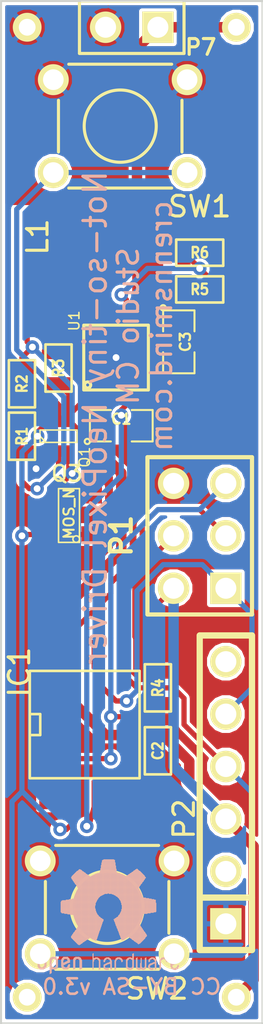
<source format=kicad_pcb>
(kicad_pcb (version 3) (host pcbnew "(2013-07-07 BZR 4022)-stable")
  (layers (15 F.Cu signal hide) (0 B.Cu signal hide) (18 B.Paste user) (19 F.Paste user) (20 B.SilkS user) (21 F.SilkS user) (22 B.Mask user) (23 F.Mask user) (28 Edge.Cuts user))
  (net 0 "")
  (net 1 +1.2V)
  (net 2 +5V)
  (net 3 GND)
  (net 4 LOW_BATT)
  (net 5 MCUPWR_SIG)
  (net 6 MODE_SIG)
  (net 7 N-0000010)
  (net 8 N-0000013)
  (net 9 N-0000014)
  (net 10 N-0000016)
  (net 11 Power_SIG)
  (net 12 RESET)
  (net 13 STRING_1)
  (net 14 STRING_2)
  (module SOT363 (layer F.Cu) (at 90.424 52.832)
    (fp_text reference Q1 (at 1.27 1.016 90) (layer F.SilkS) (effects (font (size 0.508 0.508) (thickness 0.0762))))
    (fp_text value MBT3906 hide)
    (pad 6 smd rect (at -0.50038 -0.71882) (size 0.29972 0.55118) (layers F.Cu F.Paste F.Mask) (net 5 MCUPWR_SIG))
    (pad 5 smd rect (at 0 -0.71882) (size 0.29972 0.55118) (layers F.Cu F.Paste F.Mask) (net 7 N-0000010))
    (pad 4 smd rect (at 0.50038 -0.71882) (size 0.29972 0.55118) (layers F.Cu F.Paste F.Mask) (net 8 N-0000013))
    (pad 3 smd rect (at 0.50038 0.71882) (size 0.29972 0.55118) (layers F.Cu F.Paste F.Mask) (net 1 +1.2V))
    (pad 2 smd rect (at 0 0.71882) (size 0.29972 0.55118) (layers F.Cu F.Paste F.Mask) (net 11 Power_SIG))
    (pad 1 smd rect (at -0.50038 0.71882) (size 0.29972 0.55118) (layers F.Cu F.Paste F.Mask) (net 3 GND))
  )
  (module SON-10 (layer F.Cu) (at 93.218 49.022)
    (fp_text reference U1 (at -2.032 -1.778 90) (layer F.SilkS) (effects (font (size 0.5 0.5) (thickness 0.075))))
    (fp_text value TPS61027 hide)
    (pad 10 smd rect (at -1 -1.475) (size 0.28 0.85) (layers F.Cu F.Paste F.Mask) (net 3 GND))
    (pad 9 smd rect (at -0.5 -1.475) (size 0.28 0.85) (layers F.Cu F.Paste F.Mask) (net 10 N-0000016))
    (pad 8 smd rect (at 0 -1.475) (size 0.28 0.85) (layers F.Cu F.Paste F.Mask) (net 3 GND))
    (pad 7 smd rect (at 0.5 -1.475) (size 0.28 0.85) (layers F.Cu F.Paste F.Mask) (net 9 N-0000014))
    (pad 6 smd rect (at 1 -1.475) (size 0.28 0.85) (layers F.Cu F.Paste F.Mask) (net 1 +1.2V))
    (pad 4 smd rect (at 0.5 1.475) (size 0.28 0.85) (layers F.Cu F.Paste F.Mask) (net 4 LOW_BATT))
    (pad 5 smd rect (at 1 1.475) (size 0.28 0.85) (layers F.Cu F.Paste F.Mask) (net 3 GND))
    (pad 3 smd rect (at 0 1.475) (size 0.28 0.85) (layers F.Cu F.Paste F.Mask))
    (pad 2 smd rect (at -0.5 1.475) (size 0.28 0.85) (layers F.Cu F.Paste F.Mask) (net 2 +5V))
    (pad 1 smd rect (at -1 1.475) (size 0.28 0.85) (layers F.Cu F.Paste F.Mask) (net 8 N-0000013))
    (pad 10 smd rect (at 0 0) (size 3.55 1.7) (layers F.Cu F.Paste F.Mask) (net 3 GND))
  )
  (module SM0805 (layer F.Cu) (at 96.266 48.26 270)
    (fp_text reference C3 (at 0 -0.3175 270) (layer F.SilkS) (effects (font (size 0.50038 0.50038) (thickness 0.10922))))
    (fp_text value 10u hide)
    (pad 1 smd rect (at -0.9525 0 270) (size 0.889 1.397) (layers F.Cu F.Paste F.Mask) (net 1 +1.2V))
    (pad 2 smd rect (at 0.9525 0 270) (size 0.889 1.397) (layers F.Cu F.Paste F.Mask) (net 3 GND))
  )
  (module SM0805 (layer F.Cu) (at 93.472 52.324)
    (fp_text reference C1 (at 0 -0.3175) (layer F.SilkS) (effects (font (size 0.50038 0.50038) (thickness 0.10922))))
    (fp_text value 47u hide)
    (pad 1 smd rect (at -0.9525 0) (size 0.889 1.397) (layers F.Cu F.Paste F.Mask) (net 2 +5V))
    (pad 2 smd rect (at 0.9525 0) (size 0.889 1.397) (layers F.Cu F.Paste F.Mask) (net 3 GND))
  )
  (module SM0603 (layer F.Cu) (at 97.282 43.942)
    (fp_text reference R6 (at 0 0) (layer F.SilkS) (effects (font (size 0.508 0.4572) (thickness 0.1143))))
    (fp_text value R hide)
    (pad 1 smd rect (at -0.762 0) (size 0.635 1.143) (layers F.Cu F.Paste F.Mask) (net 9 N-0000014))
    (pad 2 smd rect (at 0.762 0) (size 0.635 1.143) (layers F.Cu F.Paste F.Mask) (net 3 GND))
  )
  (module SM0603 (layer F.Cu) (at 88.646 52.832 90)
    (fp_text reference R1 (at 0 0 90) (layer F.SilkS) (effects (font (size 0.508 0.4572) (thickness 0.1143))))
    (fp_text value 1K hide)
    (pad 1 smd rect (at -0.762 0 90) (size 0.635 1.143) (layers F.Cu F.Paste F.Mask) (net 11 Power_SIG))
    (pad 2 smd rect (at 0.762 0 90) (size 0.635 1.143) (layers F.Cu F.Paste F.Mask) (net 7 N-0000010))
  )
  (module SM0603 (layer F.Cu) (at 88.646 50.292 90)
    (fp_text reference R2 (at 0 0 90) (layer F.SilkS) (effects (font (size 0.508 0.4572) (thickness 0.1143))))
    (fp_text value 1M hide)
    (pad 1 smd rect (at -0.762 0 90) (size 0.635 1.143) (layers F.Cu F.Paste F.Mask) (net 7 N-0000010))
    (pad 2 smd rect (at 0.762 0 90) (size 0.635 1.143) (layers F.Cu F.Paste F.Mask) (net 1 +1.2V))
  )
  (module SM0603 (layer F.Cu) (at 95.25 68.072 270)
    (fp_text reference C2 (at 0 0 270) (layer F.SilkS) (effects (font (size 0.508 0.4572) (thickness 0.1143))))
    (fp_text value 2u2 hide)
    (pad 1 smd rect (at -0.762 0 270) (size 0.635 1.143) (layers F.Cu F.Paste F.Mask) (net 2 +5V))
    (pad 2 smd rect (at 0.762 0 270) (size 0.635 1.143) (layers F.Cu F.Paste F.Mask) (net 3 GND))
  )
  (module SM0603 (layer F.Cu) (at 95.25 65.024 270)
    (fp_text reference R4 (at 0 0 270) (layer F.SilkS) (effects (font (size 0.508 0.4572) (thickness 0.1143))))
    (fp_text value 100K hide)
    (pad 1 smd rect (at -0.762 0 270) (size 0.635 1.143) (layers F.Cu F.Paste F.Mask) (net 2 +5V))
    (pad 2 smd rect (at 0.762 0 270) (size 0.635 1.143) (layers F.Cu F.Paste F.Mask) (net 12 RESET))
  )
  (module SM0603 (layer F.Cu) (at 90.424 49.53 90)
    (fp_text reference R3 (at 0 0 90) (layer F.SilkS) (effects (font (size 0.508 0.4572) (thickness 0.1143))))
    (fp_text value 1M hide)
    (pad 1 smd rect (at -0.762 0 90) (size 0.635 1.143) (layers F.Cu F.Paste F.Mask) (net 8 N-0000013))
    (pad 2 smd rect (at 0.762 0 90) (size 0.635 1.143) (layers F.Cu F.Paste F.Mask) (net 3 GND))
  )
  (module SM0603 (layer F.Cu) (at 97.282 45.72)
    (fp_text reference R5 (at 0 0) (layer F.SilkS) (effects (font (size 0.508 0.4572) (thickness 0.1143))))
    (fp_text value R hide)
    (pad 1 smd rect (at -0.762 0) (size 0.635 1.143) (layers F.Cu F.Paste F.Mask) (net 1 +1.2V))
    (pad 2 smd rect (at 0.762 0) (size 0.635 1.143) (layers F.Cu F.Paste F.Mask) (net 9 N-0000014))
  )
  (module pin_array_3x2 (layer F.Cu) (at 97.282 57.658 90)
    (fp_text reference P1 (at 0 -3.81 90) (layer F.SilkS) (effects (font (size 1.016 1.016) (thickness 0.2032))))
    (fp_text value CONN_3X2 hide)
    (pad 1 thru_hole rect (at -2.54 1.27 90) (size 1.524 1.524) (drill 1.016) (layers *.Cu *.Mask F.SilkS) (net 14 STRING_2))
    (pad 2 thru_hole circle (at -2.54 -1.27 90) (size 1.524 1.524) (drill 1.016) (layers *.Cu *.Mask F.SilkS) (net 2 +5V))
    (pad 3 thru_hole circle (at 0 1.27 90) (size 1.524 1.524) (drill 1.016) (layers *.Cu *.Mask F.SilkS) (net 13 STRING_1))
    (pad 4 thru_hole circle (at 0 -1.27 90) (size 1.524 1.524) (drill 1.016) (layers *.Cu *.Mask F.SilkS) (net 6 MODE_SIG))
    (pad 5 thru_hole circle (at 2.54 1.27 90) (size 1.524 1.524) (drill 1.016) (layers *.Cu *.Mask F.SilkS) (net 12 RESET))
    (pad 6 thru_hole circle (at 2.54 -1.27 90) (size 1.524 1.524) (drill 1.016) (layers *.Cu *.Mask F.SilkS) (net 3 GND))
  )
  (module PIN_ARRAY_2X1 (layer F.Cu) (at 93.98 33.02 180)
    (fp_text reference P7 (at -3.3528 -0.9652 180) (layer F.SilkS) (effects (font (size 0.762 0.762) (thickness 0.1524))))
    (fp_text value CONN_2 hide)
    (pad 1 thru_hole rect (at -1.27 0 180) (size 1.524 1.524) (drill 1.016) (layers *.Cu *.Mask F.SilkS) (net 1 +1.2V))
    (pad 2 thru_hole circle (at 1.27 0 180) (size 1.524 1.524) (drill 1.016) (layers *.Cu *.Mask F.SilkS) (net 3 GND))
  )
  (module PIN_ARRAY-6X1 (layer F.Cu) (at 98.552 70.104 90)
    (fp_text reference P2 (at -1.27 -2.032 90) (layer F.SilkS))
    (fp_text value CONN_6 hide)
    (pad 1 thru_hole rect (at -6.35 0 90) (size 1.524 1.524) (drill 1.016) (layers *.Cu *.Mask F.SilkS) (net 3 GND))
    (pad 2 thru_hole circle (at -3.81 0 90) (size 1.524 1.524) (drill 1.016) (layers *.Cu *.Mask F.SilkS))
    (pad 3 thru_hole circle (at -1.27 0 90) (size 1.524 1.524) (drill 1.016) (layers *.Cu *.Mask F.SilkS) (net 2 +5V))
    (pad 4 thru_hole circle (at 1.27 0 90) (size 1.524 1.524) (drill 1.016) (layers *.Cu *.Mask F.SilkS) (net 6 MODE_SIG))
    (pad 5 thru_hole circle (at 3.81 0 90) (size 1.524 1.524) (drill 1.016) (layers *.Cu *.Mask F.SilkS) (net 14 STRING_2))
    (pad 6 thru_hole circle (at 6.35 0 90) (size 1.524 1.524) (drill 1.016) (layers *.Cu *.Mask F.SilkS))
  )
  (module IND (layer F.Cu) (at 95.758 46.736 180)
    (fp_text reference L1 (at 6.35 3.556 270) (layer F.SilkS))
    (fp_text value 6u8 hide)
    (pad 1 smd rect (at 1 2.25 180) (size 1.5 4) (layers F.Cu F.Paste F.Mask) (net 1 +1.2V))
    (pad 2 smd rect (at 4.6 2.25 180) (size 1.5 4) (layers F.Cu F.Paste F.Mask) (net 10 N-0000016))
  )
  (module CONN_1x1 (layer F.Cu) (at 99.06 33.02)
    (fp_text reference P3 hide)
    (fp_text value CONN_1 hide)
    (pad 1 thru_hole circle (at 0 0) (size 1.397 1.397) (drill 0.8128) (layers *.Cu *.Mask F.SilkS) (net 1 +1.2V))
  )
  (module CONN_1x1 (layer F.Cu) (at 99.06 80.01)
    (fp_text reference P4 hide)
    (fp_text value CONN_1 hide)
    (pad 1 thru_hole circle (at 0 0) (size 1.397 1.397) (drill 0.8128) (layers *.Cu *.Mask F.SilkS) (net 2 +5V))
  )
  (module CONN_1x1 (layer F.Cu) (at 88.9 80.01)
    (fp_text reference P5 hide)
    (fp_text value CONN_1 hide)
    (pad 1 thru_hole circle (at 0 0) (size 1.397 1.397) (drill 0.8128) (layers *.Cu *.Mask F.SilkS) (net 5 MCUPWR_SIG))
  )
  (module CONN_1x1 (layer F.Cu) (at 88.9 33.02)
    (fp_text reference P6 hide)
    (fp_text value CONN_1 hide)
    (pad 1 thru_hole circle (at 0 0) (size 1.397 1.397) (drill 0.8128) (layers *.Cu *.Mask F.SilkS) (net 3 GND))
  )
  (module SOIC8_WIDE_EIAJ (layer F.Cu) (at 91.694 66.802)
    (fp_text reference IC1 (at -3.175 -2.54 90) (layer F.SilkS))
    (fp_text value ATTINY85-S hide)
    (pad 8 smd rect (at -1.905 -3.4) (size 0.59944 1.39954) (layers F.Cu F.Paste F.Mask) (net 2 +5V))
    (pad 1 smd rect (at -1.905 3.4) (size 0.59944 1.39954) (layers F.Cu F.Paste F.Mask) (net 12 RESET))
    (pad 7 smd rect (at -0.635 -3.4) (size 0.59944 1.39954) (layers F.Cu F.Paste F.Mask) (net 13 STRING_1))
    (pad 6 smd rect (at 0.635 -3.4) (size 0.59944 1.39954) (layers F.Cu F.Paste F.Mask) (net 14 STRING_2))
    (pad 5 smd rect (at 1.905 -3.4) (size 0.59944 1.39954) (layers F.Cu F.Paste F.Mask) (net 6 MODE_SIG))
    (pad 2 smd rect (at -0.635 3.4) (size 0.59944 1.39954) (layers F.Cu F.Paste F.Mask) (net 5 MCUPWR_SIG))
    (pad 3 smd rect (at 0.635 3.4) (size 0.59944 1.39954) (layers F.Cu F.Paste F.Mask) (net 4 LOW_BATT))
    (pad 4 smd rect (at 1.905 3.4) (size 0.59944 1.39954) (layers F.Cu F.Paste F.Mask) (net 3 GND))
  )
  (module SOT23 (layer F.Cu) (at 90.932 56.642 90)
    (fp_text reference Q3 (at 1.99898 -0.09906 180) (layer F.SilkS) (effects (font (size 0.762 0.762) (thickness 0.11938))))
    (fp_text value MOS_N (at 0.0635 0 90) (layer F.SilkS) (effects (font (size 0.50038 0.50038) (thickness 0.09906))))
    (pad 3 smd rect (at 0 -1.09982 90) (size 0.8001 1.00076) (layers F.Cu F.Paste F.Mask) (net 1 +1.2V))
    (pad 2 smd rect (at 0.9525 1.09982 90) (size 0.8001 1.00076) (layers F.Cu F.Paste F.Mask) (net 8 N-0000013))
    (pad 1 smd rect (at -0.9525 1.09982 90) (size 0.8001 1.00076) (layers F.Cu F.Paste F.Mask) (net 5 MCUPWR_SIG))
  )
  (module TAC_SW (layer F.Cu) (at 89.535 73.406)
    (fp_text reference SW2 (at 5.6642 6.1976) (layer F.SilkS))
    (fp_text value SW_PUSH hide)
    (pad 1 thru_hole circle (at 0 0) (size 1.5 1.5) (drill 1) (layers *.Cu *.Mask F.SilkS) (net 3 GND))
    (pad 1 thru_hole circle (at 6.5 0) (size 1.5 1.5) (drill 1) (layers *.Cu *.Mask F.SilkS) (net 3 GND))
    (pad 2 thru_hole circle (at 6.5 4.5) (size 1.5 1.5) (drill 1) (layers *.Cu *.Mask F.SilkS) (net 6 MODE_SIG))
    (pad 2 thru_hole circle (at 0 4.5) (size 1.5 1.5) (drill 1) (layers *.Cu *.Mask F.SilkS) (net 6 MODE_SIG))
  )
  (module TAC_SW (layer F.Cu) (at 90.17 35.56)
    (fp_text reference SW1 (at 7.112 6.1468) (layer F.SilkS))
    (fp_text value SW_PUSH hide)
    (pad 1 thru_hole circle (at 0 0) (size 1.5 1.5) (drill 1) (layers *.Cu *.Mask F.SilkS) (net 3 GND))
    (pad 1 thru_hole circle (at 6.5 0) (size 1.5 1.5) (drill 1) (layers *.Cu *.Mask F.SilkS) (net 3 GND))
    (pad 2 thru_hole circle (at 6.5 4.5) (size 1.5 1.5) (drill 1) (layers *.Cu *.Mask F.SilkS) (net 11 Power_SIG))
    (pad 2 thru_hole circle (at 0 4.5) (size 1.5 1.5) (drill 1) (layers *.Cu *.Mask F.SilkS) (net 11 Power_SIG))
  )
  (module OSHWLOGO0.3IN (layer B.Cu) (at 89.027 72.39)
    (fp_text reference G*** hide)
    (fp_text value LOGO hide)
  )
  (gr_text "CC BY-SA v3.0" (at 93.98 79.502) (layer B.SilkS) (effects (font (size 0.75 0.75) (thickness 0.125)) (justify mirror)))
  (gr_text "Studio CM\ncrennsmind.com" (at 94.615 47.498 90) (layer B.SilkS) (effects (font (size 1 1)) (justify mirror)))
  (gr_text "Not-so-tiny NeoPixel Driver" (at 92.202 51.943 90) (layer B.SilkS) (effects (font (size 1.1 1.1)) (justify mirror)))
  (gr_line (start 87.63 81.28) (end 87.63 31.75) (angle 90) (layer Edge.Cuts) (width 0.1))
  (gr_line (start 100.33 81.28) (end 87.63 81.28) (angle 90) (layer Edge.Cuts) (width 0.1))
  (gr_line (start 100.33 31.75) (end 100.33 81.28) (angle 90) (layer Edge.Cuts) (width 0.1))
  (gr_line (start 87.63 31.75) (end 100.33 31.75) (angle 90) (layer Edge.Cuts) (width 0.1))
  (segment (start 91.0844 54.6354) (end 91.0844 50.4444) (width 0.254) (layer B.Cu) (net 1))
  (segment (start 91.0844 50.4444) (end 89.154 48.514) (width 0.254) (layer B.Cu) (net 1))
  (segment (start 90.92438 53.55082) (end 90.92438 54.47538) (width 0.254) (layer F.Cu) (net 1))
  (segment (start 90.92438 54.47538) (end 91.0844 54.6354) (width 0.254) (layer F.Cu) (net 1))
  (via (at 91.0844 54.6354) (size 0.6604) (drill 0.3302) (layers F.Cu B.Cu) (net 1))
  (via (at 89.154 48.514) (size 0.6604) (drill 0.3302) (layers F.Cu B.Cu) (net 1))
  (segment (start 91.0844 54.6354) (end 89.789 55.88) (width 0.254) (layer F.Cu) (net 1))
  (segment (start 89.789 56.59882) (end 89.83218 56.642) (width 0.254) (layer F.Cu) (net 1))
  (segment (start 89.789 55.88) (end 89.789 56.59882) (width 0.254) (layer F.Cu) (net 1))
  (segment (start 93.218 41.656) (end 93.472 41.656) (width 0.254) (layer F.Cu) (net 1))
  (segment (start 93.472 41.656) (end 94.234 40.894) (width 0.254) (layer F.Cu) (net 1))
  (segment (start 88.9 48.26) (end 89.154 48.514) (width 0.254) (layer F.Cu) (net 1))
  (segment (start 88.646 49.53) (end 88.646 49.022) (width 0.254) (layer F.Cu) (net 1))
  (segment (start 88.646 49.022) (end 89.154 48.514) (width 0.254) (layer F.Cu) (net 1))
  (segment (start 90.424 41.656) (end 93.218 41.656) (width 0.254) (layer F.Cu) (net 1))
  (segment (start 88.9 43.18) (end 90.424 41.656) (width 0.254) (layer F.Cu) (net 1))
  (segment (start 88.9 48.26) (end 88.9 43.18) (width 0.254) (layer F.Cu) (net 1))
  (segment (start 95.25 33.02) (end 94.234 34.036) (width 0.508) (layer F.Cu) (net 1))
  (segment (start 94.234 34.036) (end 94.234 40.894) (width 0.508) (layer F.Cu) (net 1))
  (segment (start 94.234 40.894) (end 94.234 41.656) (width 0.508) (layer F.Cu) (net 1))
  (segment (start 94.234 41.656) (end 94.234 44.47) (width 0.508) (layer F.Cu) (net 1))
  (segment (start 94.234 44.47) (end 94.25 44.486) (width 0.508) (layer F.Cu) (net 1))
  (segment (start 99.06 33.02) (end 95.25 33.02) (width 0.508) (layer F.Cu) (net 1))
  (segment (start 96.012 67.7926) (end 96.012 68.834) (width 0.508) (layer B.Cu) (net 2))
  (segment (start 96.012 68.834) (end 98.552 71.374) (width 0.508) (layer B.Cu) (net 2))
  (segment (start 98.552 71.374) (end 98.5774 71.374) (width 0.508) (layer F.Cu) (net 2))
  (segment (start 99.8982 79.1718) (end 99.06 80.01) (width 0.508) (layer F.Cu) (net 2))
  (segment (start 99.8982 72.6948) (end 99.8982 79.1718) (width 0.508) (layer F.Cu) (net 2))
  (segment (start 98.5774 71.374) (end 99.8982 72.6948) (width 0.508) (layer F.Cu) (net 2))
  (segment (start 96.012 67.7926) (end 96.012 60.198) (width 0.508) (layer B.Cu) (net 2))
  (segment (start 95.25 64.262) (end 95.25 60.96) (width 0.254) (layer F.Cu) (net 2))
  (segment (start 95.25 60.96) (end 96.012 60.198) (width 0.254) (layer F.Cu) (net 2))
  (segment (start 95.25 67.31) (end 95.504 67.31) (width 0.508) (layer F.Cu) (net 2))
  (segment (start 96.774 69.596) (end 98.552 71.374) (width 0.508) (layer F.Cu) (net 2))
  (segment (start 96.774 68.58) (end 96.774 69.596) (width 0.508) (layer F.Cu) (net 2))
  (segment (start 95.504 67.31) (end 96.774 68.58) (width 0.508) (layer F.Cu) (net 2))
  (segment (start 89.789 63.402) (end 89.789 64.389) (width 0.508) (layer F.Cu) (net 2))
  (segment (start 92.71 67.31) (end 95.25 67.31) (width 0.508) (layer F.Cu) (net 2))
  (segment (start 89.789 64.389) (end 92.71 67.31) (width 0.508) (layer F.Cu) (net 2))
  (segment (start 92.5195 52.324) (end 92.5195 53.6575) (width 0.508) (layer F.Cu) (net 2))
  (segment (start 89.789 62.103) (end 89.789 63.402) (width 0.508) (layer F.Cu) (net 2))
  (segment (start 93.472 58.42) (end 89.789 62.103) (width 0.508) (layer F.Cu) (net 2))
  (segment (start 93.472 54.61) (end 93.472 58.42) (width 0.508) (layer F.Cu) (net 2))
  (segment (start 92.5195 53.6575) (end 93.472 54.61) (width 0.508) (layer F.Cu) (net 2))
  (via (at 93.218 49.022) (size 0.6604) (drill 0.3302) (layers F.Cu B.Cu) (net 3))
  (segment (start 89.92362 53.55082) (end 89.92362 53.81498) (width 0.254) (layer F.Cu) (net 3))
  (via (at 89.3318 54.4068) (size 0.6604) (drill 0.3302) (layers F.Cu B.Cu) (net 3))
  (segment (start 89.92362 53.81498) (end 89.3318 54.4068) (width 0.254) (layer F.Cu) (net 3))
  (segment (start 91.7956 60.071) (end 91.7956 56.4134) (width 0.254) (layer B.Cu) (net 4))
  (segment (start 91.7956 56.4134) (end 93.472 54.737) (width 0.254) (layer B.Cu) (net 4))
  (segment (start 93.472 51.816) (end 93.472 54.737) (width 0.254) (layer B.Cu) (net 4))
  (segment (start 93.718 50.497) (end 93.718 51.316) (width 0.254) (layer F.Cu) (net 4))
  (via (at 93.472 51.816) (size 0.6604) (drill 0.3302) (layers F.Cu B.Cu) (net 4))
  (segment (start 93.472 51.562) (end 93.472 51.816) (width 0.254) (layer F.Cu) (net 4))
  (segment (start 93.718 51.316) (end 93.472 51.562) (width 0.254) (layer F.Cu) (net 4))
  (segment (start 91.7956 71.7296) (end 91.7956 60.071) (width 0.254) (layer B.Cu) (net 4))
  (segment (start 91.9226 71.6026) (end 92.329 70.202) (width 0.254) (layer F.Cu) (net 4))
  (segment (start 91.7956 71.7296) (end 91.9226 71.6026) (width 0.254) (layer F.Cu) (net 4))
  (via (at 91.7956 71.7296) (size 0.6604) (drill 0.3302) (layers F.Cu B.Cu) (net 4))
  (segment (start 88.646 68.9864) (end 88.646 70.0278) (width 0.254) (layer B.Cu) (net 5))
  (segment (start 88.646 70.0278) (end 90.5002 71.882) (width 0.254) (layer B.Cu) (net 5))
  (segment (start 88.1634 71.5518) (end 88.1634 70.53315) (width 0.254) (layer B.Cu) (net 5))
  (segment (start 88.1634 70.53315) (end 88.657375 70.039175) (width 0.254) (layer B.Cu) (net 5))
  (segment (start 90.5002 71.882) (end 90.805 71.882) (width 0.254) (layer F.Cu) (net 5))
  (segment (start 91.059 71.628) (end 91.059 70.202) (width 0.254) (layer F.Cu) (net 5))
  (segment (start 90.805 71.882) (end 91.059 71.628) (width 0.254) (layer F.Cu) (net 5))
  (via (at 90.5002 71.882) (size 0.6604) (drill 0.3302) (layers F.Cu B.Cu) (net 5))
  (segment (start 88.657375 70.039175) (end 90.5002 71.882) (width 0.254) (layer B.Cu) (net 5))
  (segment (start 88.9 80.01) (end 88.8746 80.01) (width 0.254) (layer B.Cu) (net 5))
  (segment (start 88.1634 79.2988) (end 88.1634 71.5518) (width 0.254) (layer B.Cu) (net 5))
  (segment (start 88.8746 80.01) (end 88.1634 79.2988) (width 0.254) (layer B.Cu) (net 5))
  (segment (start 92.03182 57.5945) (end 88.7095 57.5945) (width 0.254) (layer F.Cu) (net 5))
  (via (at 88.646 57.658) (size 0.6604) (drill 0.3302) (layers F.Cu B.Cu) (net 5))
  (segment (start 88.7095 57.5945) (end 88.646 57.658) (width 0.254) (layer F.Cu) (net 5))
  (segment (start 88.646 57.658) (end 88.646 68.9864) (width 0.254) (layer B.Cu) (net 5))
  (segment (start 89.408 52.832) (end 89.408 52.6288) (width 0.254) (layer F.Cu) (net 5))
  (segment (start 89.92362 52.11318) (end 89.408 52.6288) (width 0.254) (layer F.Cu) (net 5))
  (segment (start 88.646 53.594) (end 88.646 55.88) (width 0.254) (layer B.Cu) (net 5))
  (segment (start 89.408 52.832) (end 88.646 53.594) (width 0.254) (layer B.Cu) (net 5))
  (via (at 89.408 52.832) (size 0.6604) (drill 0.3302) (layers F.Cu B.Cu) (net 5))
  (segment (start 88.646 55.88) (end 88.646 57.658) (width 0.254) (layer B.Cu) (net 5))
  (segment (start 89.535 77.906) (end 96.035 77.906) (width 0.254) (layer B.Cu) (net 6))
  (segment (start 96.035 77.906) (end 96.107 77.978) (width 0.254) (layer B.Cu) (net 6))
  (segment (start 96.107 77.978) (end 99.302 77.978) (width 0.254) (layer B.Cu) (net 6))
  (segment (start 99.816 77.464) (end 99.816 70.098) (width 0.254) (layer B.Cu) (net 6))
  (segment (start 99.816 70.098) (end 98.552 68.834) (width 0.254) (layer B.Cu) (net 6))
  (segment (start 99.302 77.978) (end 99.816 77.464) (width 0.254) (layer B.Cu) (net 6))
  (segment (start 96.52 65.532) (end 96.52 66.802) (width 0.254) (layer F.Cu) (net 6))
  (segment (start 93.599 64.389) (end 94.234 65.024) (width 0.254) (layer F.Cu) (net 6))
  (segment (start 94.234 65.024) (end 96.012 65.024) (width 0.254) (layer F.Cu) (net 6))
  (segment (start 96.012 65.024) (end 96.52 65.532) (width 0.254) (layer F.Cu) (net 6))
  (segment (start 93.599 63.402) (end 93.599 64.389) (width 0.254) (layer F.Cu) (net 6))
  (segment (start 96.52 66.802) (end 98.552 68.834) (width 0.254) (layer F.Cu) (net 6))
  (segment (start 96.012 57.658) (end 93.726 59.944) (width 0.254) (layer F.Cu) (net 6))
  (segment (start 93.726 63.275) (end 93.599 63.402) (width 0.254) (layer F.Cu) (net 6))
  (segment (start 93.726 59.944) (end 93.726 63.275) (width 0.254) (layer F.Cu) (net 6))
  (segment (start 88.646 51.054) (end 88.646 52.07) (width 0.254) (layer F.Cu) (net 7))
  (segment (start 88.646 51.054) (end 90.17 51.054) (width 0.254) (layer F.Cu) (net 7))
  (segment (start 90.424 51.308) (end 90.17 51.054) (width 0.254) (layer F.Cu) (net 7))
  (segment (start 90.424 51.562) (end 90.424 52.11318) (width 0.254) (layer F.Cu) (net 7))
  (segment (start 90.424 51.562) (end 90.424 51.308) (width 0.254) (layer F.Cu) (net 7))
  (segment (start 91.694 52.832) (end 91.694 53.086) (width 0.254) (layer F.Cu) (net 8))
  (segment (start 91.313 52.451) (end 91.694 52.832) (width 0.254) (layer F.Cu) (net 8))
  (segment (start 92.03182 53.977824) (end 92.03182 54.43982) (width 0.254) (layer F.Cu) (net 8))
  (segment (start 91.988498 53.934502) (end 92.03182 53.977824) (width 0.254) (layer F.Cu) (net 8))
  (segment (start 91.988498 53.380498) (end 91.988498 53.934502) (width 0.254) (layer F.Cu) (net 8))
  (segment (start 91.694 53.086) (end 91.988498 53.380498) (width 0.254) (layer F.Cu) (net 8))
  (segment (start 90.92438 52.11318) (end 90.97518 52.11318) (width 0.254) (layer F.Cu) (net 8))
  (segment (start 92.03182 54.43982) (end 92.03182 55.6895) (width 0.254) (layer F.Cu) (net 8))
  (segment (start 90.97518 52.11318) (end 91.313 52.451) (width 0.254) (layer F.Cu) (net 8))
  (segment (start 90.92438 52.11318) (end 90.92438 50.79238) (width 0.254) (layer F.Cu) (net 8))
  (segment (start 90.92438 50.79238) (end 90.424 50.292) (width 0.254) (layer F.Cu) (net 8))
  (segment (start 90.92438 52.11318) (end 90.92438 51.82362) (width 0.254) (layer F.Cu) (net 8))
  (segment (start 92.218 50.53) (end 92.218 50.497) (width 0.254) (layer F.Cu) (net 8))
  (segment (start 90.92438 51.82362) (end 92.218 50.53) (width 0.254) (layer F.Cu) (net 8))
  (segment (start 97.282 44.704) (end 96.52 43.942) (width 0.254) (layer F.Cu) (net 9))
  (segment (start 93.718 47.547) (end 93.718 46.22) (width 0.254) (layer F.Cu) (net 9))
  (segment (start 98.044 45.466) (end 98.044 45.72) (width 0.254) (layer F.Cu) (net 9))
  (segment (start 97.282 44.704) (end 98.044 45.466) (width 0.254) (layer F.Cu) (net 9))
  (via (at 97.282 44.704) (size 0.6604) (drill 0.3302) (layers F.Cu B.Cu) (net 9))
  (segment (start 94.742 44.704) (end 97.282 44.704) (width 0.254) (layer B.Cu) (net 9))
  (segment (start 93.472 45.974) (end 94.742 44.704) (width 0.254) (layer B.Cu) (net 9))
  (via (at 93.472 45.974) (size 0.6604) (drill 0.3302) (layers F.Cu B.Cu) (net 9))
  (segment (start 93.718 46.22) (end 93.472 45.974) (width 0.254) (layer F.Cu) (net 9))
  (segment (start 88.392 47.498) (end 88.392 48.641) (width 0.254) (layer B.Cu) (net 11))
  (segment (start 88.392 48.641) (end 88.9 49.149) (width 0.254) (layer B.Cu) (net 11))
  (segment (start 90.17 54.61) (end 90.172398 54.61) (width 0.254) (layer B.Cu) (net 11))
  (segment (start 90.17 54.61) (end 89.3826 55.372) (width 0.254) (layer B.Cu) (net 11))
  (segment (start 88.392 47.498) (end 88.392 43.18) (width 0.254) (layer B.Cu) (net 11))
  (via (at 89.3826 55.372) (size 0.6604) (drill 0.3302) (layers F.Cu B.Cu) (net 11))
  (segment (start 88.392 41.838) (end 90.17 40.06) (width 0.254) (layer B.Cu) (net 11))
  (segment (start 88.392 43.18) (end 88.392 41.838) (width 0.254) (layer B.Cu) (net 11))
  (segment (start 90.172398 54.61) (end 90.680398 54.102) (width 0.254) (layer B.Cu) (net 11))
  (segment (start 90.680398 54.102) (end 90.680398 50.929398) (width 0.254) (layer B.Cu) (net 11))
  (segment (start 90.680398 50.929398) (end 88.9 49.149) (width 0.254) (layer B.Cu) (net 11))
  (segment (start 88.9 49.149) (end 88.392 48.641) (width 0.254) (layer B.Cu) (net 11))
  (segment (start 89.3826 55.372) (end 89.0016 55.372) (width 0.254) (layer F.Cu) (net 11))
  (segment (start 88.646 55.0164) (end 88.646 53.594) (width 0.254) (layer F.Cu) (net 11))
  (segment (start 89.0016 55.372) (end 88.646 55.0164) (width 0.254) (layer F.Cu) (net 11))
  (segment (start 90.17 40.06) (end 96.67 40.06) (width 0.254) (layer B.Cu) (net 11))
  (segment (start 90.424 54.356) (end 90.424 53.55082) (width 0.254) (layer F.Cu) (net 11))
  (segment (start 89.3826 55.372) (end 90.424 54.356) (width 0.254) (layer F.Cu) (net 11))
  (segment (start 92.964 62.611) (end 92.964 58.674) (width 0.254) (layer B.Cu) (net 12))
  (segment (start 92.964 58.674) (end 94.488 57.15) (width 0.254) (layer B.Cu) (net 12))
  (segment (start 92.964 66.421) (end 92.964 62.611) (width 0.254) (layer B.Cu) (net 12))
  (segment (start 97.282 56.388) (end 98.552 55.118) (width 0.254) (layer B.Cu) (net 12))
  (segment (start 95.25 56.388) (end 97.282 56.388) (width 0.254) (layer B.Cu) (net 12))
  (segment (start 94.488 57.15) (end 95.25 56.388) (width 0.254) (layer B.Cu) (net 12))
  (via (at 92.964 66.421) (size 0.6604) (drill 0.3302) (layers F.Cu B.Cu) (net 12))
  (segment (start 92.964 68.453) (end 92.964 66.421) (width 0.254) (layer B.Cu) (net 12))
  (segment (start 89.789 70.202) (end 89.789 69.088) (width 0.254) (layer F.Cu) (net 12))
  (segment (start 90.424 68.453) (end 92.964 68.453) (width 0.254) (layer F.Cu) (net 12))
  (segment (start 89.789 69.088) (end 90.424 68.453) (width 0.254) (layer F.Cu) (net 12))
  (via (at 92.964 68.453) (size 0.6604) (drill 0.3302) (layers F.Cu B.Cu) (net 12))
  (segment (start 94.615 66.421) (end 95.25 65.786) (width 0.254) (layer F.Cu) (net 12))
  (segment (start 92.964 66.421) (end 94.615 66.421) (width 0.254) (layer F.Cu) (net 12))
  (segment (start 91.059 63.402) (end 91.059 62.357) (width 0.254) (layer F.Cu) (net 13))
  (segment (start 97.282 56.388) (end 98.552 57.658) (width 0.254) (layer F.Cu) (net 13))
  (segment (start 95.25 56.388) (end 97.282 56.388) (width 0.254) (layer F.Cu) (net 13))
  (segment (start 94.488 57.15) (end 95.25 56.388) (width 0.254) (layer F.Cu) (net 13))
  (segment (start 94.488 58.42) (end 94.488 57.15) (width 0.254) (layer F.Cu) (net 13))
  (segment (start 92.964 59.944) (end 94.488 58.42) (width 0.254) (layer F.Cu) (net 13))
  (segment (start 92.964 60.452) (end 92.964 59.944) (width 0.254) (layer F.Cu) (net 13))
  (segment (start 91.059 62.357) (end 92.964 60.452) (width 0.254) (layer F.Cu) (net 13))
  (segment (start 93.726 65.659) (end 93.218 65.659) (width 0.254) (layer F.Cu) (net 14))
  (segment (start 92.329 64.77) (end 92.329 63.402) (width 0.254) (layer F.Cu) (net 14))
  (segment (start 93.218 65.659) (end 92.329 64.77) (width 0.254) (layer F.Cu) (net 14))
  (segment (start 94.234 63.627) (end 94.234 65.151) (width 0.254) (layer B.Cu) (net 14))
  (segment (start 94.234 65.151) (end 93.726 65.659) (width 0.254) (layer B.Cu) (net 14))
  (segment (start 98.552 66.294) (end 99.822 65.024) (width 0.254) (layer B.Cu) (net 14))
  (segment (start 99.822 61.468) (end 98.552 60.198) (width 0.254) (layer B.Cu) (net 14))
  (segment (start 99.822 65.024) (end 99.822 61.468) (width 0.254) (layer B.Cu) (net 14))
  (via (at 93.726 65.659) (size 0.6604) (drill 0.3302) (layers F.Cu B.Cu) (net 14))
  (segment (start 97.79 59.436) (end 97.409 59.055) (width 0.254) (layer B.Cu) (net 14))
  (segment (start 97.409 59.055) (end 95.504 59.055) (width 0.254) (layer B.Cu) (net 14))
  (segment (start 95.504 59.055) (end 94.234 60.325) (width 0.254) (layer B.Cu) (net 14))
  (segment (start 94.234 60.325) (end 94.234 63.627) (width 0.254) (layer B.Cu) (net 14))
  (segment (start 98.552 60.198) (end 97.79 59.436) (width 0.254) (layer B.Cu) (net 14))
  (zone (net 2) (net_name +5V) (layer F.Cu) (connect_pads yes (clearance 0.1524)) (min_thickness 0.1524) (fill (arc_segments 16) (thermal_gap 0.254) (thermal_bridge_width 0.508))
    (polygon (pts (xy 92.075 53.086) (xy 92.075 51.562) (xy 92.583 51.054) (xy 92.583 50.038) (xy 92.837 50.038) (xy 92.8624 50.038) (xy 92.8624 51.054) (xy 92.964 51.1556) (xy 92.964 53.086)))
  )
  (zone (net 1) (net_name +1.2V) (layer F.Cu) (connect_pads yes (clearance 0.1524)) (min_thickness 0.1524) (fill (arc_segments 16) (thermal_gap 0.254) (thermal_bridge_width 0.508))
    (polygon (pts (xy 94.0054 44.196) (xy 95.504 44.196) (xy 95.504 44.7802) (xy 95.7072 44.9834) (xy 96.8502 44.9834) (xy 96.8502 46.4312) (xy 96.9772 46.5582) (xy 96.9772 47.7774) (xy 94.9706 47.7774) (xy 94.7674 47.9806) (xy 94.0816 47.9806) (xy 94.0816 47.117) (xy 94.0054 47.0408)))
  )
  (zone (net 10) (net_name N-0000016) (layer F.Cu) (connect_pads yes (clearance 0.1524)) (min_thickness 0.1524) (fill (arc_segments 16) (thermal_gap 0.254) (thermal_bridge_width 0.254))
    (polygon (pts (xy 92.8624 47.9806) (xy 92.8624 46.4312) (xy 91.9226 45.4914) (xy 91.9226 43.815) (xy 90.3732 43.815) (xy 90.3732 46.5328) (xy 92.3798 46.5328) (xy 92.5576 46.7106) (xy 92.583 46.736) (xy 92.583 47.9806)))
  )
  (zone (net 3) (net_name GND) (layer B.Cu) (connect_pads (clearance 0.1524)) (min_thickness 0.1524) (fill (arc_segments 16) (thermal_gap 0.1524) (thermal_bridge_width 0.254))
    (polygon (pts (xy 87.757 31.877) (xy 100.203 31.877) (xy 100.203 81.153) (xy 87.757 81.153)))
  )
  (zone (net 3) (net_name GND) (layer F.Cu) (connect_pads yes (clearance 0.1524)) (min_thickness 0.1524) (fill (arc_segments 16) (thermal_gap 0.1524) (thermal_bridge_width 0.254))
    (polygon (pts (xy 100.2792 81.2292) (xy 87.6808 81.2292) (xy 87.6808 52.8574) (xy 89.8398 52.8574) (xy 89.8398 53.1876) (xy 90.1192 53.1876) (xy 90.1954 53.1114) (xy 91.2876 53.1114) (xy 91.4146 53.2384) (xy 93.5736 53.2384) (xy 93.5736 49.8856) (xy 91.3892 49.8856) (xy 90.6018 49.0982) (xy 89.7636 49.0982) (xy 89.6112 48.9458) (xy 89.6112 46.8376) (xy 92.4052 46.8376) (xy 92.4052 48.006) (xy 92.4052 48.0314) (xy 92.4814 48.1076) (xy 92.5068 48.133) (xy 92.9894 48.133) (xy 93.0656 48.0568) (xy 93.0656 47.117) (xy 93.3704 47.117) (xy 93.3704 48.0568) (xy 93.4466 48.133) (xy 95.9104 48.133) (xy 97.0788 48.133) (xy 97.2058 48.006) (xy 97.2058 41.656) (xy 87.6808 41.6306) (xy 87.6808 33.2486) (xy 87.6808 31.8008) (xy 100.2792 31.8008) (xy 100.2792 81.2292)))
  )
)
</source>
